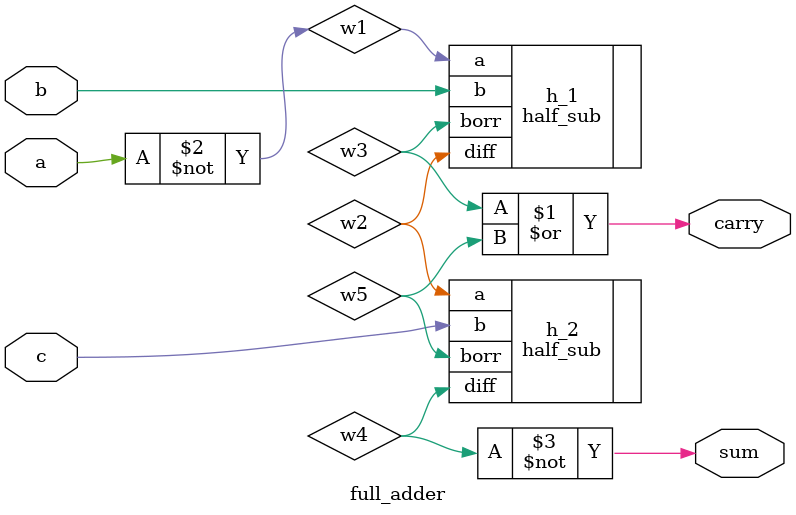
<source format=v>
`timescale 1ns / 1ps


module full_adder(
    input a,
    input b,
    input c,
    output sum,
    output carry
    );
    wire w1,w2,w3,w4;
    
    not n_1(w1,a);
    half_sub  h_1(.a(w1),
                    .b(b),
                    .diff(w2),
                    .borr(w3));
   
    half_sub  h_2(.a(w2),
                   .b(c),
                   .diff(w4),
                   .borr(w5));
    not n_2(sum,w4);
    or o_1(carry,w3,w5);
   
endmodule

</source>
